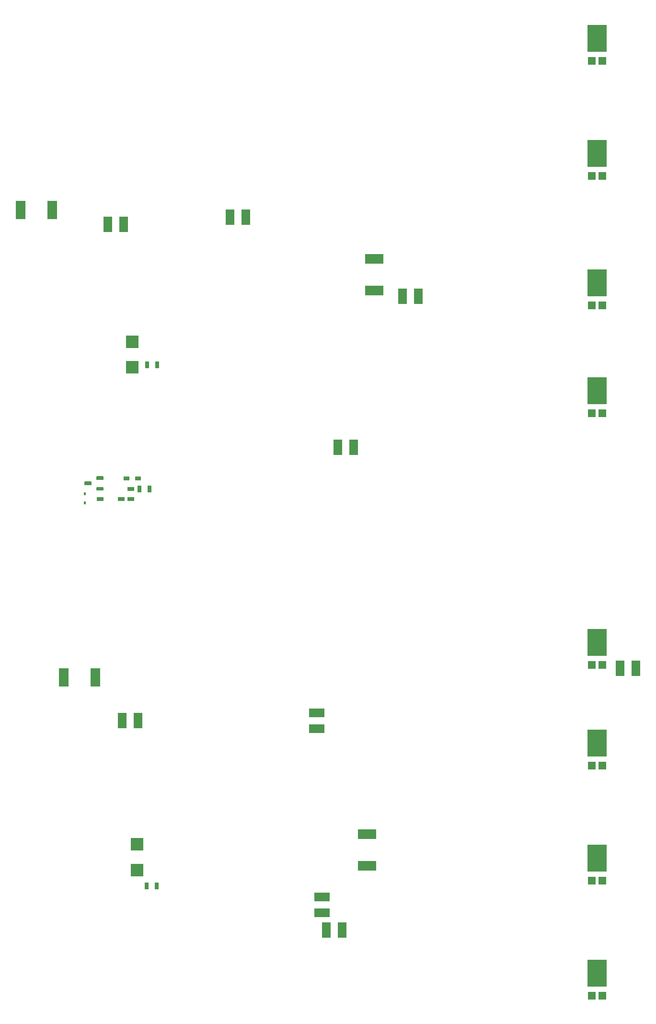
<source format=gbp>
G04 EAGLE Gerber RS-274X export*
G75*
%MOMM*%
%FSLAX34Y34*%
%LPD*%
%INBottom Paste*%
%IPPOS*%
%AMOC8*
5,1,8,0,0,1.08239X$1,22.5*%
G01*
%ADD10R,2.700000X1.600000*%
%ADD11R,1.600000X2.700000*%
%ADD12R,0.800000X1.200000*%
%ADD13R,2.300000X2.300000*%
%ADD14R,0.400000X0.560000*%
%ADD15R,3.360000X4.860000*%
%ADD16R,1.390000X1.400000*%
%ADD17R,1.200000X0.700000*%
%ADD18R,1.000000X0.800000*%
%ADD19C,0.150000*%
%ADD20R,1.200000X0.800000*%
%ADD21R,1.800000X3.200000*%
%ADD22R,3.200000X1.800000*%


D10*
X685800Y699800D03*
X685800Y671800D03*
X694690Y374680D03*
X694690Y346680D03*
D11*
X1249710Y778510D03*
X1221710Y778510D03*
X532100Y1574800D03*
X560100Y1574800D03*
D12*
X384700Y393700D03*
X402700Y393700D03*
X385970Y1314450D03*
X403970Y1314450D03*
D11*
X341600Y685800D03*
X369600Y685800D03*
D13*
X368300Y422000D03*
X368300Y467000D03*
D14*
X275590Y1070380D03*
X275590Y1086080D03*
D15*
X1181100Y1459000D03*
D16*
X1190300Y1419180D03*
X1171900Y1419180D03*
D15*
X1181100Y1687600D03*
D16*
X1190300Y1647780D03*
X1171900Y1647780D03*
D15*
X1181100Y1890800D03*
D16*
X1190300Y1850980D03*
X1171900Y1850980D03*
D13*
X359410Y1309730D03*
X359410Y1354730D03*
D15*
X1181100Y239800D03*
D16*
X1190300Y199980D03*
X1171900Y199980D03*
D15*
X1181100Y443000D03*
D16*
X1190300Y403180D03*
X1171900Y403180D03*
D15*
X1181100Y646200D03*
D16*
X1190300Y606380D03*
X1171900Y606380D03*
D15*
X1181100Y824000D03*
D16*
X1190300Y784180D03*
X1171900Y784180D03*
D17*
X339810Y1076960D03*
X302810Y1076960D03*
D18*
X349410Y1113790D03*
X369410Y1113790D03*
D15*
X1181100Y1268500D03*
D16*
X1190300Y1228680D03*
X1171900Y1228680D03*
D19*
X308100Y1116650D02*
X297300Y1116650D01*
X308100Y1116650D02*
X308100Y1112150D01*
X297300Y1112150D01*
X297300Y1116650D01*
X297300Y1113575D02*
X308100Y1113575D01*
X308100Y1115000D02*
X297300Y1115000D01*
X297300Y1116425D02*
X308100Y1116425D01*
X308100Y1097650D02*
X297300Y1097650D01*
X308100Y1097650D02*
X308100Y1093150D01*
X297300Y1093150D01*
X297300Y1097650D01*
X297300Y1094575D02*
X308100Y1094575D01*
X308100Y1096000D02*
X297300Y1096000D01*
X297300Y1097425D02*
X308100Y1097425D01*
X286900Y1107150D02*
X276100Y1107150D01*
X286900Y1107150D02*
X286900Y1102650D01*
X276100Y1102650D01*
X276100Y1107150D01*
X276100Y1104075D02*
X286900Y1104075D01*
X286900Y1105500D02*
X276100Y1105500D01*
X276100Y1106925D02*
X286900Y1106925D01*
D12*
X372000Y1094740D03*
X390000Y1094740D03*
D20*
X356870Y1094850D03*
X356870Y1076850D03*
D21*
X294700Y762000D03*
X238700Y762000D03*
D22*
X774700Y429200D03*
X774700Y485200D03*
D11*
X730280Y316230D03*
X702280Y316230D03*
D21*
X218500Y1587500D03*
X162500Y1587500D03*
D11*
X316200Y1562100D03*
X344200Y1562100D03*
D22*
X787400Y1445200D03*
X787400Y1501200D03*
D11*
X836900Y1435100D03*
X864900Y1435100D03*
X750600Y1168400D03*
X722600Y1168400D03*
M02*

</source>
